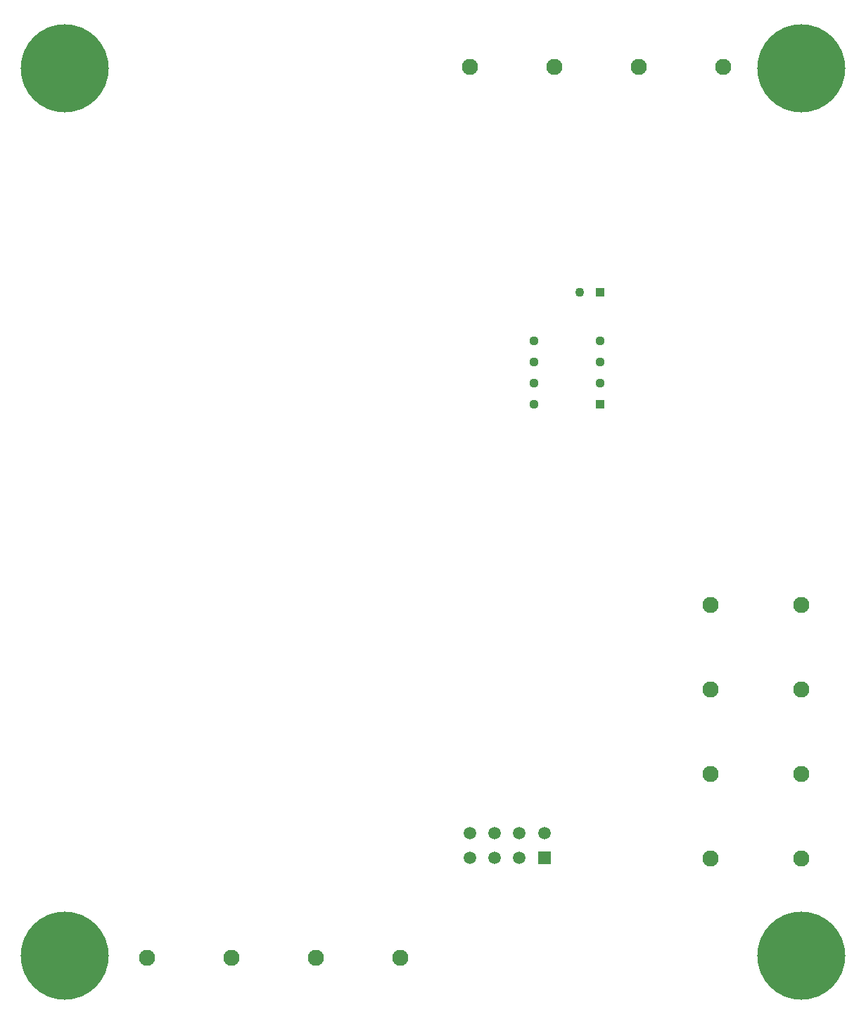
<source format=gbr>
%TF.GenerationSoftware,KiCad,Pcbnew,(6.0.9)*%
%TF.CreationDate,2023-03-24T12:27:37+01:00*%
%TF.ProjectId,twoLevelInverter,74776f4c-6576-4656-9c49-6e7665727465,rev?*%
%TF.SameCoordinates,Original*%
%TF.FileFunction,Soldermask,Bot*%
%TF.FilePolarity,Negative*%
%FSLAX46Y46*%
G04 Gerber Fmt 4.6, Leading zero omitted, Abs format (unit mm)*
G04 Created by KiCad (PCBNEW (6.0.9)) date 2023-03-24 12:27:37*
%MOMM*%
%LPD*%
G01*
G04 APERTURE LIST*
%ADD10R,1.100000X1.100000*%
%ADD11C,1.100000*%
%ADD12R,1.130000X1.130000*%
%ADD13C,1.130000*%
%ADD14C,0.900000*%
%ADD15C,10.600000*%
%ADD16C,1.950000*%
%ADD17C,0.001000*%
%ADD18R,1.520000X1.520000*%
%ADD19C,1.520000*%
G04 APERTURE END LIST*
D10*
%TO.C,C19*%
X218400000Y-74168000D03*
D11*
X215900000Y-74168000D03*
%TD*%
D12*
%TO.C,IC8*%
X218346000Y-87630000D03*
D13*
X218346000Y-85090000D03*
X218346000Y-82550000D03*
X218346000Y-80010000D03*
X210406000Y-80010000D03*
X210406000Y-82550000D03*
X210406000Y-85090000D03*
X210406000Y-87630000D03*
%TD*%
D14*
%TO.C,H3*%
X245380749Y-151113251D03*
X245380749Y-156734749D03*
X239759251Y-156734749D03*
D15*
X242570000Y-153924000D03*
D14*
X238595000Y-153924000D03*
X242570000Y-157899000D03*
X242570000Y-149949000D03*
X246545000Y-153924000D03*
X239759251Y-151113251D03*
%TD*%
D16*
%TO.C,J3*%
X242570000Y-142240000D03*
X242570000Y-132080000D03*
X242570000Y-121920000D03*
X242570000Y-111760000D03*
%TD*%
D17*
%TO.C,J1*%
X154178000Y-56904000D03*
X154178000Y-83304000D03*
%TD*%
D14*
%TO.C,H1*%
X156734749Y-156734749D03*
X149949000Y-153924000D03*
X156734749Y-151113251D03*
X153924000Y-157899000D03*
X157899000Y-153924000D03*
X151113251Y-156734749D03*
D15*
X153924000Y-153924000D03*
D14*
X151113251Y-151113251D03*
X153924000Y-149949000D03*
%TD*%
%TO.C,H2*%
X156734749Y-44433251D03*
X149949000Y-47244000D03*
D15*
X153924000Y-47244000D03*
D14*
X153924000Y-43269000D03*
X153924000Y-51219000D03*
X151113251Y-44433251D03*
X156734749Y-50054749D03*
X151113251Y-50054749D03*
X157899000Y-47244000D03*
%TD*%
D16*
%TO.C,J4*%
X163830000Y-154178000D03*
X173990000Y-154178000D03*
X184150000Y-154178000D03*
X194310000Y-154178000D03*
%TD*%
D14*
%TO.C,H4*%
X239759251Y-50054749D03*
X242570000Y-43269000D03*
X246545000Y-47244000D03*
D15*
X242570000Y-47244000D03*
D14*
X239759251Y-44433251D03*
X245380749Y-50054749D03*
X245380749Y-44433251D03*
X242570000Y-51219000D03*
X238595000Y-47244000D03*
%TD*%
D16*
%TO.C,J8*%
X231648000Y-142240000D03*
X231648000Y-132080000D03*
X231648000Y-121920000D03*
X231648000Y-111760000D03*
%TD*%
%TO.C,J5*%
X233172000Y-47117000D03*
X223012000Y-47117000D03*
X212852000Y-47117000D03*
X202692000Y-47117000D03*
%TD*%
D17*
%TO.C,J2*%
X214667250Y-138252000D03*
X199667250Y-138252000D03*
D18*
X211667250Y-142192000D03*
D19*
X208667250Y-142192000D03*
X205667250Y-142192000D03*
X202667250Y-142192000D03*
X211667250Y-139192000D03*
X208667250Y-139192000D03*
X205667250Y-139192000D03*
X202667250Y-139192000D03*
%TD*%
M02*

</source>
